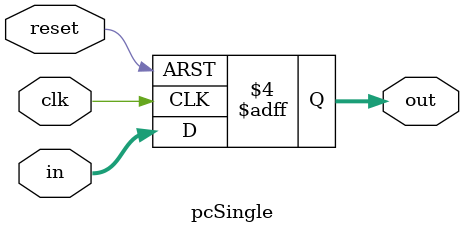
<source format=v>
`timescale 1ns / 1ps


module pcSingle(
    input clk, reset,
    input [31:0] in,
    output reg [31:0] out
    );

    initial
    begin
        out <= 32'b0;
    end 
    
    always @ (posedge reset or posedge clk)
    begin
        if(reset == 1'b1)
            out <= 32'b0;
        else
            out <= in;
    end
    
endmodule
</source>
